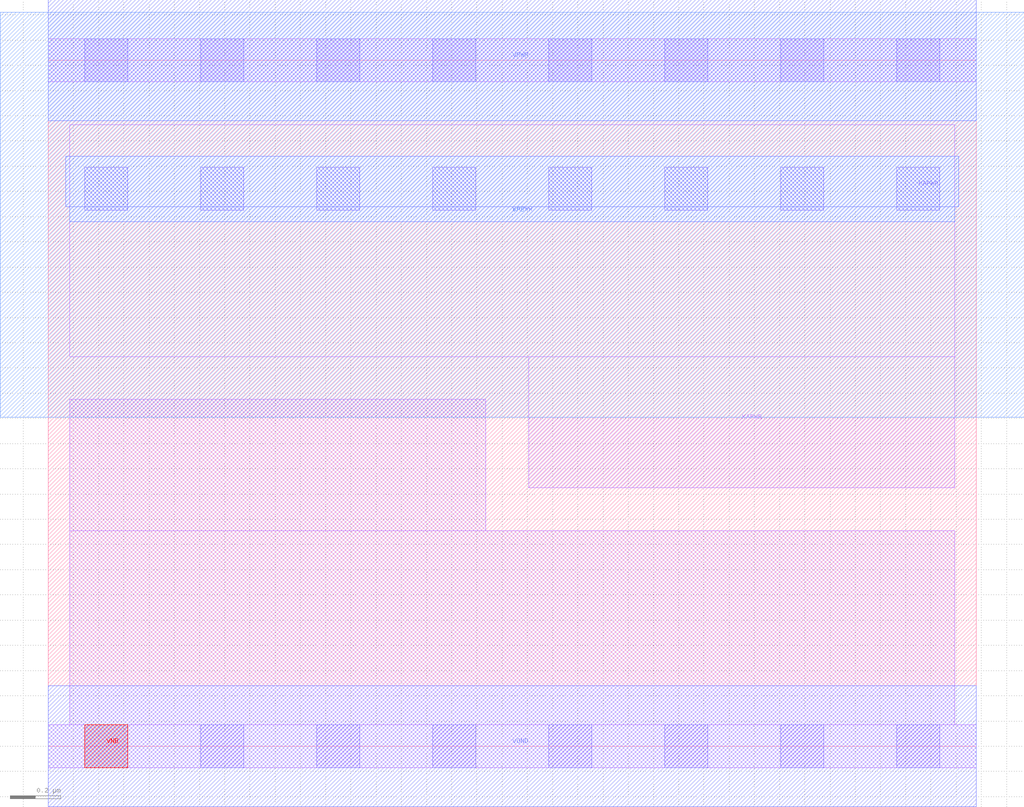
<source format=lef>
# Copyright 2020 The SkyWater PDK Authors
#
# Licensed under the Apache License, Version 2.0 (the "License");
# you may not use this file except in compliance with the License.
# You may obtain a copy of the License at
#
#     https://www.apache.org/licenses/LICENSE-2.0
#
# Unless required by applicable law or agreed to in writing, software
# distributed under the License is distributed on an "AS IS" BASIS,
# WITHOUT WARRANTIES OR CONDITIONS OF ANY KIND, either express or implied.
# See the License for the specific language governing permissions and
# limitations under the License.
#
# SPDX-License-Identifier: Apache-2.0

VERSION 5.7 ;
  NOWIREEXTENSIONATPIN ON ;
  DIVIDERCHAR "/" ;
  BUSBITCHARS "[]" ;
MACRO sky130_fd_sc_hd__lpflow_decapkapwr_8
  CLASS CORE ;
  FOREIGN sky130_fd_sc_hd__lpflow_decapkapwr_8 ;
  ORIGIN  0.000000  0.000000 ;
  SIZE  3.680000 BY  2.720000 ;
  SYMMETRY X Y R90 ;
  SITE unithd ;
  PIN VNB
    PORT
      LAYER pwell ;
        RECT 0.145000 -0.085000 0.315000 0.085000 ;
    END
  END VNB
  PIN VPB
    PORT
      LAYER nwell ;
        RECT -0.190000 1.305000 3.870000 2.910000 ;
    END
  END VPB
  PIN KAPWR
    DIRECTION INOUT ;
    SHAPE ABUTMENT ;
    USE POWER ;
    PORT
      LAYER li1 ;
        RECT 0.085000 1.545000 3.595000 2.465000 ;
        RECT 1.905000 1.025000 3.595000 1.545000 ;
      LAYER mcon ;
        RECT 0.145000 2.125000 0.315000 2.295000 ;
        RECT 0.605000 2.125000 0.775000 2.295000 ;
        RECT 1.065000 2.125000 1.235000 2.295000 ;
        RECT 1.525000 2.125000 1.695000 2.295000 ;
        RECT 1.985000 2.125000 2.155000 2.295000 ;
        RECT 2.445000 2.125000 2.615000 2.295000 ;
        RECT 2.905000 2.125000 3.075000 2.295000 ;
        RECT 3.365000 2.125000 3.535000 2.295000 ;
    END
    PORT
      LAYER met1 ;
        RECT 0.070000 2.140000 3.610000 2.340000 ;
        RECT 0.085000 2.080000 3.595000 2.140000 ;
    END
  END KAPWR
  PIN VGND
    DIRECTION INOUT ;
    SHAPE ABUTMENT ;
    USE GROUND ;
    PORT
      LAYER met1 ;
        RECT 0.000000 -0.240000 3.680000 0.240000 ;
    END
  END VGND
  PIN VPWR
    DIRECTION INOUT ;
    SHAPE ABUTMENT ;
    USE POWER ;
    PORT
      LAYER met1 ;
        RECT 0.000000 2.480000 3.680000 2.960000 ;
    END
  END VPWR
  OBS
    LAYER li1 ;
      RECT 0.000000 -0.085000 3.680000 0.085000 ;
      RECT 0.000000  2.635000 3.680000 2.805000 ;
      RECT 0.085000  0.085000 3.595000 0.855000 ;
      RECT 0.085000  0.855000 1.735000 1.375000 ;
    LAYER mcon ;
      RECT 0.145000 -0.085000 0.315000 0.085000 ;
      RECT 0.145000  2.635000 0.315000 2.805000 ;
      RECT 0.605000 -0.085000 0.775000 0.085000 ;
      RECT 0.605000  2.635000 0.775000 2.805000 ;
      RECT 1.065000 -0.085000 1.235000 0.085000 ;
      RECT 1.065000  2.635000 1.235000 2.805000 ;
      RECT 1.525000 -0.085000 1.695000 0.085000 ;
      RECT 1.525000  2.635000 1.695000 2.805000 ;
      RECT 1.985000 -0.085000 2.155000 0.085000 ;
      RECT 1.985000  2.635000 2.155000 2.805000 ;
      RECT 2.445000 -0.085000 2.615000 0.085000 ;
      RECT 2.445000  2.635000 2.615000 2.805000 ;
      RECT 2.905000 -0.085000 3.075000 0.085000 ;
      RECT 2.905000  2.635000 3.075000 2.805000 ;
      RECT 3.365000 -0.085000 3.535000 0.085000 ;
      RECT 3.365000  2.635000 3.535000 2.805000 ;
  END
END sky130_fd_sc_hd__lpflow_decapkapwr_8
END LIBRARY

</source>
